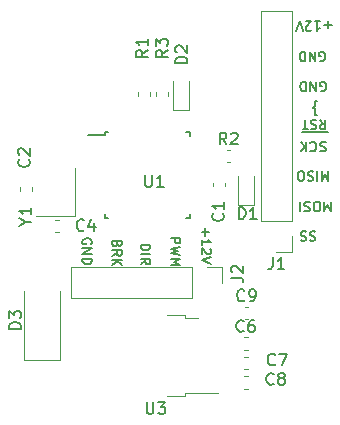
<source format=gbr>
%TF.GenerationSoftware,KiCad,Pcbnew,6.0.1-79c1e3a40b~116~ubuntu21.10.1*%
%TF.CreationDate,2022-03-03T18:49:24-07:00*%
%TF.ProjectId,MotorSpeedController,4d6f746f-7253-4706-9565-64436f6e7472,rev?*%
%TF.SameCoordinates,Original*%
%TF.FileFunction,Legend,Top*%
%TF.FilePolarity,Positive*%
%FSLAX46Y46*%
G04 Gerber Fmt 4.6, Leading zero omitted, Abs format (unit mm)*
G04 Created by KiCad (PCBNEW 6.0.1-79c1e3a40b~116~ubuntu21.10.1) date 2022-03-03 18:49:24*
%MOMM*%
%LPD*%
G01*
G04 APERTURE LIST*
%ADD10C,0.152400*%
%ADD11C,0.150000*%
%ADD12C,0.120000*%
G04 APERTURE END LIST*
D10*
X129765576Y-75760942D02*
X129146300Y-75760942D01*
X129455938Y-75451304D02*
X129455938Y-76070580D01*
X128333500Y-75451304D02*
X128797957Y-75451304D01*
X128565728Y-75451304D02*
X128565728Y-76264104D01*
X128643138Y-76147990D01*
X128720547Y-76070580D01*
X128797957Y-76031876D01*
X128023861Y-76186695D02*
X127985157Y-76225400D01*
X127907747Y-76264104D01*
X127714223Y-76264104D01*
X127636814Y-76225400D01*
X127598109Y-76186695D01*
X127559404Y-76109285D01*
X127559404Y-76031876D01*
X127598109Y-75915761D01*
X128062566Y-75451304D01*
X127559404Y-75451304D01*
X127327176Y-76264104D02*
X127056242Y-75451304D01*
X126785309Y-76264104D01*
X119067942Y-92992423D02*
X119067942Y-93611700D01*
X118758304Y-93302061D02*
X119377580Y-93302061D01*
X118758304Y-94424500D02*
X118758304Y-93960042D01*
X118758304Y-94192271D02*
X119571104Y-94192271D01*
X119454990Y-94114861D01*
X119377580Y-94037452D01*
X119338876Y-93960042D01*
X119493695Y-94734138D02*
X119532400Y-94772842D01*
X119571104Y-94850252D01*
X119571104Y-95043776D01*
X119532400Y-95121185D01*
X119493695Y-95159890D01*
X119416285Y-95198595D01*
X119338876Y-95198595D01*
X119222761Y-95159890D01*
X118758304Y-94695433D01*
X118758304Y-95198595D01*
X119571104Y-95430823D02*
X118758304Y-95701757D01*
X119571104Y-95972690D01*
X128381276Y-93270009D02*
X128265161Y-93231304D01*
X128071638Y-93231304D01*
X127994228Y-93270009D01*
X127955523Y-93308714D01*
X127916819Y-93386123D01*
X127916819Y-93463533D01*
X127955523Y-93540942D01*
X127994228Y-93579647D01*
X128071638Y-93618352D01*
X128226457Y-93657057D01*
X128303866Y-93695761D01*
X128342571Y-93734466D01*
X128381276Y-93811876D01*
X128381276Y-93889285D01*
X128342571Y-93966695D01*
X128303866Y-94005400D01*
X128226457Y-94044104D01*
X128032933Y-94044104D01*
X127916819Y-94005400D01*
X127607180Y-93270009D02*
X127491066Y-93231304D01*
X127297542Y-93231304D01*
X127220133Y-93270009D01*
X127181428Y-93308714D01*
X127142723Y-93386123D01*
X127142723Y-93463533D01*
X127181428Y-93540942D01*
X127220133Y-93579647D01*
X127297542Y-93618352D01*
X127452361Y-93657057D01*
X127529771Y-93695761D01*
X127568476Y-93734466D01*
X127607180Y-93811876D01*
X127607180Y-93889285D01*
X127568476Y-93966695D01*
X127529771Y-94005400D01*
X127452361Y-94044104D01*
X127258838Y-94044104D01*
X127142723Y-94005400D01*
X128762276Y-78828900D02*
X128839685Y-78867604D01*
X128955800Y-78867604D01*
X129071914Y-78828900D01*
X129149323Y-78751490D01*
X129188028Y-78674080D01*
X129226733Y-78519261D01*
X129226733Y-78403147D01*
X129188028Y-78248328D01*
X129149323Y-78170919D01*
X129071914Y-78093509D01*
X128955800Y-78054804D01*
X128878390Y-78054804D01*
X128762276Y-78093509D01*
X128723571Y-78132214D01*
X128723571Y-78403147D01*
X128878390Y-78403147D01*
X128375228Y-78054804D02*
X128375228Y-78867604D01*
X127910771Y-78054804D01*
X127910771Y-78867604D01*
X127523723Y-78054804D02*
X127523723Y-78867604D01*
X127330200Y-78867604D01*
X127214085Y-78828900D01*
X127136676Y-78751490D01*
X127097971Y-78674080D01*
X127059266Y-78519261D01*
X127059266Y-78403147D01*
X127097971Y-78248328D01*
X127136676Y-78170919D01*
X127214085Y-78093509D01*
X127330200Y-78054804D01*
X127523723Y-78054804D01*
X116154804Y-93808209D02*
X116967604Y-93808209D01*
X116967604Y-94117847D01*
X116928900Y-94195257D01*
X116890195Y-94233961D01*
X116812785Y-94272666D01*
X116696671Y-94272666D01*
X116619261Y-94233961D01*
X116580557Y-94195257D01*
X116541852Y-94117847D01*
X116541852Y-93808209D01*
X116967604Y-94543600D02*
X116154804Y-94737123D01*
X116735376Y-94891942D01*
X116154804Y-95046761D01*
X116967604Y-95240285D01*
X116154804Y-95549923D02*
X116967604Y-95549923D01*
X116387033Y-95820857D01*
X116967604Y-96091790D01*
X116154804Y-96091790D01*
X111627557Y-94304757D02*
X111588852Y-94420871D01*
X111550147Y-94459576D01*
X111472738Y-94498280D01*
X111356623Y-94498280D01*
X111279214Y-94459576D01*
X111240509Y-94420871D01*
X111201804Y-94343461D01*
X111201804Y-94033823D01*
X112014604Y-94033823D01*
X112014604Y-94304757D01*
X111975900Y-94382166D01*
X111937195Y-94420871D01*
X111859785Y-94459576D01*
X111782376Y-94459576D01*
X111704966Y-94420871D01*
X111666261Y-94382166D01*
X111627557Y-94304757D01*
X111627557Y-94033823D01*
X111201804Y-95311080D02*
X111588852Y-95040147D01*
X111201804Y-94846623D02*
X112014604Y-94846623D01*
X112014604Y-95156261D01*
X111975900Y-95233671D01*
X111937195Y-95272376D01*
X111859785Y-95311080D01*
X111743671Y-95311080D01*
X111666261Y-95272376D01*
X111627557Y-95233671D01*
X111588852Y-95156261D01*
X111588852Y-94846623D01*
X111201804Y-95659423D02*
X112014604Y-95659423D01*
X111201804Y-96123880D02*
X111666261Y-95775538D01*
X112014604Y-96123880D02*
X111550147Y-95659423D01*
X129436585Y-84831428D02*
X128623785Y-84831428D01*
X128778604Y-83789108D02*
X129049538Y-84176156D01*
X129243061Y-83789108D02*
X129243061Y-84601908D01*
X128933423Y-84601908D01*
X128856014Y-84563204D01*
X128817309Y-84524499D01*
X128778604Y-84447089D01*
X128778604Y-84330975D01*
X128817309Y-84253565D01*
X128856014Y-84214861D01*
X128933423Y-84176156D01*
X129243061Y-84176156D01*
X128623785Y-84831428D02*
X127849690Y-84831428D01*
X128468966Y-83827813D02*
X128352852Y-83789108D01*
X128159328Y-83789108D01*
X128081919Y-83827813D01*
X128043214Y-83866518D01*
X128004509Y-83943927D01*
X128004509Y-84021337D01*
X128043214Y-84098746D01*
X128081919Y-84137451D01*
X128159328Y-84176156D01*
X128314147Y-84214861D01*
X128391557Y-84253565D01*
X128430261Y-84292270D01*
X128468966Y-84369680D01*
X128468966Y-84447089D01*
X128430261Y-84524499D01*
X128391557Y-84563204D01*
X128314147Y-84601908D01*
X128120623Y-84601908D01*
X128004509Y-84563204D01*
X127849690Y-84831428D02*
X127230414Y-84831428D01*
X127772280Y-84601908D02*
X127307823Y-84601908D01*
X127540052Y-83789108D02*
X127540052Y-84601908D01*
X128488319Y-82170862D02*
X128449614Y-82170862D01*
X128372204Y-82209567D01*
X128333500Y-82286976D01*
X128333500Y-82674024D01*
X128294795Y-82751434D01*
X128217385Y-82790138D01*
X128294795Y-82828843D01*
X128333500Y-82906253D01*
X128333500Y-83293300D01*
X128372204Y-83370710D01*
X128449614Y-83409415D01*
X128488319Y-83409415D01*
X129674257Y-90754804D02*
X129674257Y-91567604D01*
X129403323Y-90987033D01*
X129132390Y-91567604D01*
X129132390Y-90754804D01*
X128590523Y-91567604D02*
X128435704Y-91567604D01*
X128358295Y-91528900D01*
X128280885Y-91451490D01*
X128242180Y-91296671D01*
X128242180Y-91025738D01*
X128280885Y-90870919D01*
X128358295Y-90793509D01*
X128435704Y-90754804D01*
X128590523Y-90754804D01*
X128667933Y-90793509D01*
X128745342Y-90870919D01*
X128784047Y-91025738D01*
X128784047Y-91296671D01*
X128745342Y-91451490D01*
X128667933Y-91528900D01*
X128590523Y-91567604D01*
X127932542Y-90793509D02*
X127816428Y-90754804D01*
X127622904Y-90754804D01*
X127545495Y-90793509D01*
X127506790Y-90832214D01*
X127468085Y-90909623D01*
X127468085Y-90987033D01*
X127506790Y-91064442D01*
X127545495Y-91103147D01*
X127622904Y-91141852D01*
X127777723Y-91180557D01*
X127855133Y-91219261D01*
X127893838Y-91257966D01*
X127932542Y-91335376D01*
X127932542Y-91412785D01*
X127893838Y-91490195D01*
X127855133Y-91528900D01*
X127777723Y-91567604D01*
X127584200Y-91567604D01*
X127468085Y-91528900D01*
X127119742Y-90754804D02*
X127119742Y-91567604D01*
X128825776Y-81368900D02*
X128903185Y-81407604D01*
X129019300Y-81407604D01*
X129135414Y-81368900D01*
X129212823Y-81291490D01*
X129251528Y-81214080D01*
X129290233Y-81059261D01*
X129290233Y-80943147D01*
X129251528Y-80788328D01*
X129212823Y-80710919D01*
X129135414Y-80633509D01*
X129019300Y-80594804D01*
X128941890Y-80594804D01*
X128825776Y-80633509D01*
X128787071Y-80672214D01*
X128787071Y-80943147D01*
X128941890Y-80943147D01*
X128438728Y-80594804D02*
X128438728Y-81407604D01*
X127974271Y-80594804D01*
X127974271Y-81407604D01*
X127587223Y-80594804D02*
X127587223Y-81407604D01*
X127393700Y-81407604D01*
X127277585Y-81368900D01*
X127200176Y-81291490D01*
X127161471Y-81214080D01*
X127122766Y-81059261D01*
X127122766Y-80943147D01*
X127161471Y-80788328D01*
X127200176Y-80710919D01*
X127277585Y-80633509D01*
X127393700Y-80594804D01*
X127587223Y-80594804D01*
X129483757Y-88151304D02*
X129483757Y-88964104D01*
X129212823Y-88383533D01*
X128941890Y-88964104D01*
X128941890Y-88151304D01*
X128554842Y-88151304D02*
X128554842Y-88964104D01*
X128206500Y-88190009D02*
X128090385Y-88151304D01*
X127896861Y-88151304D01*
X127819452Y-88190009D01*
X127780747Y-88228714D01*
X127742042Y-88306123D01*
X127742042Y-88383533D01*
X127780747Y-88460942D01*
X127819452Y-88499647D01*
X127896861Y-88538352D01*
X128051680Y-88577057D01*
X128129090Y-88615761D01*
X128167795Y-88654466D01*
X128206500Y-88731876D01*
X128206500Y-88809285D01*
X128167795Y-88886695D01*
X128129090Y-88925400D01*
X128051680Y-88964104D01*
X127858157Y-88964104D01*
X127742042Y-88925400D01*
X127238880Y-88964104D02*
X127084061Y-88964104D01*
X127006652Y-88925400D01*
X126929242Y-88847990D01*
X126890538Y-88693171D01*
X126890538Y-88422238D01*
X126929242Y-88267419D01*
X127006652Y-88190009D01*
X127084061Y-88151304D01*
X127238880Y-88151304D01*
X127316290Y-88190009D01*
X127393700Y-88267419D01*
X127432404Y-88422238D01*
X127432404Y-88693171D01*
X127393700Y-88847990D01*
X127316290Y-88925400D01*
X127238880Y-88964104D01*
X113614804Y-94373700D02*
X114427604Y-94373700D01*
X114427604Y-94567223D01*
X114388900Y-94683338D01*
X114311490Y-94760747D01*
X114234080Y-94799452D01*
X114079261Y-94838157D01*
X113963147Y-94838157D01*
X113808328Y-94799452D01*
X113730919Y-94760747D01*
X113653509Y-94683338D01*
X113614804Y-94567223D01*
X113614804Y-94373700D01*
X113614804Y-95186500D02*
X114427604Y-95186500D01*
X113614804Y-96038004D02*
X114001852Y-95767071D01*
X113614804Y-95573547D02*
X114427604Y-95573547D01*
X114427604Y-95883185D01*
X114388900Y-95960595D01*
X114350195Y-95999300D01*
X114272785Y-96038004D01*
X114156671Y-96038004D01*
X114079261Y-95999300D01*
X114040557Y-95960595D01*
X114001852Y-95883185D01*
X114001852Y-95573547D01*
X129251528Y-85713509D02*
X129135414Y-85674804D01*
X128941890Y-85674804D01*
X128864480Y-85713509D01*
X128825776Y-85752214D01*
X128787071Y-85829623D01*
X128787071Y-85907033D01*
X128825776Y-85984442D01*
X128864480Y-86023147D01*
X128941890Y-86061852D01*
X129096709Y-86100557D01*
X129174119Y-86139261D01*
X129212823Y-86177966D01*
X129251528Y-86255376D01*
X129251528Y-86332785D01*
X129212823Y-86410195D01*
X129174119Y-86448900D01*
X129096709Y-86487604D01*
X128903185Y-86487604D01*
X128787071Y-86448900D01*
X127974271Y-85752214D02*
X128012976Y-85713509D01*
X128129090Y-85674804D01*
X128206500Y-85674804D01*
X128322614Y-85713509D01*
X128400023Y-85790919D01*
X128438728Y-85868328D01*
X128477433Y-86023147D01*
X128477433Y-86139261D01*
X128438728Y-86294080D01*
X128400023Y-86371490D01*
X128322614Y-86448900D01*
X128206500Y-86487604D01*
X128129090Y-86487604D01*
X128012976Y-86448900D01*
X127974271Y-86410195D01*
X127625928Y-85674804D02*
X127625928Y-86487604D01*
X127161471Y-85674804D02*
X127509814Y-86139261D01*
X127161471Y-86487604D02*
X127625928Y-86023147D01*
X109435900Y-94313223D02*
X109474604Y-94235814D01*
X109474604Y-94119700D01*
X109435900Y-94003585D01*
X109358490Y-93926176D01*
X109281080Y-93887471D01*
X109126261Y-93848766D01*
X109010147Y-93848766D01*
X108855328Y-93887471D01*
X108777919Y-93926176D01*
X108700509Y-94003585D01*
X108661804Y-94119700D01*
X108661804Y-94197109D01*
X108700509Y-94313223D01*
X108739214Y-94351928D01*
X109010147Y-94351928D01*
X109010147Y-94197109D01*
X108661804Y-94700271D02*
X109474604Y-94700271D01*
X108661804Y-95164728D01*
X109474604Y-95164728D01*
X108661804Y-95551776D02*
X109474604Y-95551776D01*
X109474604Y-95745300D01*
X109435900Y-95861414D01*
X109358490Y-95938823D01*
X109281080Y-95977528D01*
X109126261Y-96016233D01*
X109010147Y-96016233D01*
X108855328Y-95977528D01*
X108777919Y-95938823D01*
X108700509Y-95861414D01*
X108661804Y-95745300D01*
X108661804Y-95551776D01*
D11*
%TO.C,C1*%
X120562642Y-91733666D02*
X120610261Y-91781285D01*
X120657880Y-91924142D01*
X120657880Y-92019380D01*
X120610261Y-92162238D01*
X120515023Y-92257476D01*
X120419785Y-92305095D01*
X120229309Y-92352714D01*
X120086452Y-92352714D01*
X119895976Y-92305095D01*
X119800738Y-92257476D01*
X119705500Y-92162238D01*
X119657880Y-92019380D01*
X119657880Y-91924142D01*
X119705500Y-91781285D01*
X119753119Y-91733666D01*
X120657880Y-90781285D02*
X120657880Y-91352714D01*
X120657880Y-91067000D02*
X119657880Y-91067000D01*
X119800738Y-91162238D01*
X119895976Y-91257476D01*
X119943595Y-91352714D01*
%TO.C,C2*%
X104116142Y-87161666D02*
X104163761Y-87209285D01*
X104211380Y-87352142D01*
X104211380Y-87447380D01*
X104163761Y-87590238D01*
X104068523Y-87685476D01*
X103973285Y-87733095D01*
X103782809Y-87780714D01*
X103639952Y-87780714D01*
X103449476Y-87733095D01*
X103354238Y-87685476D01*
X103259000Y-87590238D01*
X103211380Y-87447380D01*
X103211380Y-87352142D01*
X103259000Y-87209285D01*
X103306619Y-87161666D01*
X103306619Y-86780714D02*
X103259000Y-86733095D01*
X103211380Y-86637857D01*
X103211380Y-86399761D01*
X103259000Y-86304523D01*
X103306619Y-86256904D01*
X103401857Y-86209285D01*
X103497095Y-86209285D01*
X103639952Y-86256904D01*
X104211380Y-86828333D01*
X104211380Y-86209285D01*
%TO.C,D1*%
X121913904Y-92215380D02*
X121913904Y-91215380D01*
X122152000Y-91215380D01*
X122294857Y-91263000D01*
X122390095Y-91358238D01*
X122437714Y-91453476D01*
X122485333Y-91643952D01*
X122485333Y-91786809D01*
X122437714Y-91977285D01*
X122390095Y-92072523D01*
X122294857Y-92167761D01*
X122152000Y-92215380D01*
X121913904Y-92215380D01*
X123437714Y-92215380D02*
X122866285Y-92215380D01*
X123152000Y-92215380D02*
X123152000Y-91215380D01*
X123056761Y-91358238D01*
X122961523Y-91453476D01*
X122866285Y-91501095D01*
%TO.C,D2*%
X117546380Y-79033595D02*
X116546380Y-79033595D01*
X116546380Y-78795500D01*
X116594000Y-78652642D01*
X116689238Y-78557404D01*
X116784476Y-78509785D01*
X116974952Y-78462166D01*
X117117809Y-78462166D01*
X117308285Y-78509785D01*
X117403523Y-78557404D01*
X117498761Y-78652642D01*
X117546380Y-78795500D01*
X117546380Y-79033595D01*
X116641619Y-78081214D02*
X116594000Y-78033595D01*
X116546380Y-77938357D01*
X116546380Y-77700261D01*
X116594000Y-77605023D01*
X116641619Y-77557404D01*
X116736857Y-77509785D01*
X116832095Y-77509785D01*
X116974952Y-77557404D01*
X117546380Y-78128833D01*
X117546380Y-77509785D01*
%TO.C,R1*%
X114180880Y-77890666D02*
X113704690Y-78224000D01*
X114180880Y-78462095D02*
X113180880Y-78462095D01*
X113180880Y-78081142D01*
X113228500Y-77985904D01*
X113276119Y-77938285D01*
X113371357Y-77890666D01*
X113514214Y-77890666D01*
X113609452Y-77938285D01*
X113657071Y-77985904D01*
X113704690Y-78081142D01*
X113704690Y-78462095D01*
X114180880Y-76938285D02*
X114180880Y-77509714D01*
X114180880Y-77224000D02*
X113180880Y-77224000D01*
X113323738Y-77319238D01*
X113418976Y-77414476D01*
X113466595Y-77509714D01*
%TO.C,R2*%
X120864333Y-85890380D02*
X120531000Y-85414190D01*
X120292904Y-85890380D02*
X120292904Y-84890380D01*
X120673857Y-84890380D01*
X120769095Y-84938000D01*
X120816714Y-84985619D01*
X120864333Y-85080857D01*
X120864333Y-85223714D01*
X120816714Y-85318952D01*
X120769095Y-85366571D01*
X120673857Y-85414190D01*
X120292904Y-85414190D01*
X121245285Y-84985619D02*
X121292904Y-84938000D01*
X121388142Y-84890380D01*
X121626238Y-84890380D01*
X121721476Y-84938000D01*
X121769095Y-84985619D01*
X121816714Y-85080857D01*
X121816714Y-85176095D01*
X121769095Y-85318952D01*
X121197666Y-85890380D01*
X121816714Y-85890380D01*
%TO.C,R3*%
X115895380Y-77890666D02*
X115419190Y-78224000D01*
X115895380Y-78462095D02*
X114895380Y-78462095D01*
X114895380Y-78081142D01*
X114943000Y-77985904D01*
X114990619Y-77938285D01*
X115085857Y-77890666D01*
X115228714Y-77890666D01*
X115323952Y-77938285D01*
X115371571Y-77985904D01*
X115419190Y-78081142D01*
X115419190Y-78462095D01*
X114895380Y-77557333D02*
X114895380Y-76938285D01*
X115276333Y-77271619D01*
X115276333Y-77128761D01*
X115323952Y-77033523D01*
X115371571Y-76985904D01*
X115466809Y-76938285D01*
X115704904Y-76938285D01*
X115800142Y-76985904D01*
X115847761Y-77033523D01*
X115895380Y-77128761D01*
X115895380Y-77414476D01*
X115847761Y-77509714D01*
X115800142Y-77557333D01*
%TO.C,U1*%
X113982595Y-88479380D02*
X113982595Y-89288904D01*
X114030214Y-89384142D01*
X114077833Y-89431761D01*
X114173071Y-89479380D01*
X114363547Y-89479380D01*
X114458785Y-89431761D01*
X114506404Y-89384142D01*
X114554023Y-89288904D01*
X114554023Y-88479380D01*
X115554023Y-89479380D02*
X114982595Y-89479380D01*
X115268309Y-89479380D02*
X115268309Y-88479380D01*
X115173071Y-88622238D01*
X115077833Y-88717476D01*
X114982595Y-88765095D01*
%TO.C,Y1*%
X103851190Y-92426190D02*
X104327380Y-92426190D01*
X103327380Y-92759523D02*
X103851190Y-92426190D01*
X103327380Y-92092857D01*
X104327380Y-91235714D02*
X104327380Y-91807142D01*
X104327380Y-91521428D02*
X103327380Y-91521428D01*
X103470238Y-91616666D01*
X103565476Y-91711904D01*
X103613095Y-91807142D01*
%TO.C,J1*%
X124761666Y-95444880D02*
X124761666Y-96159166D01*
X124714047Y-96302023D01*
X124618809Y-96397261D01*
X124475952Y-96444880D01*
X124380714Y-96444880D01*
X125761666Y-96444880D02*
X125190238Y-96444880D01*
X125475952Y-96444880D02*
X125475952Y-95444880D01*
X125380714Y-95587738D01*
X125285476Y-95682976D01*
X125190238Y-95730595D01*
%TO.C,C4*%
X108799333Y-93130642D02*
X108751714Y-93178261D01*
X108608857Y-93225880D01*
X108513619Y-93225880D01*
X108370761Y-93178261D01*
X108275523Y-93083023D01*
X108227904Y-92987785D01*
X108180285Y-92797309D01*
X108180285Y-92654452D01*
X108227904Y-92463976D01*
X108275523Y-92368738D01*
X108370761Y-92273500D01*
X108513619Y-92225880D01*
X108608857Y-92225880D01*
X108751714Y-92273500D01*
X108799333Y-92321119D01*
X109656476Y-92559214D02*
X109656476Y-93225880D01*
X109418380Y-92178261D02*
X109180285Y-92892547D01*
X109799333Y-92892547D01*
%TO.C,C6*%
X122324833Y-101670142D02*
X122277214Y-101717761D01*
X122134357Y-101765380D01*
X122039119Y-101765380D01*
X121896261Y-101717761D01*
X121801023Y-101622523D01*
X121753404Y-101527285D01*
X121705785Y-101336809D01*
X121705785Y-101193952D01*
X121753404Y-101003476D01*
X121801023Y-100908238D01*
X121896261Y-100813000D01*
X122039119Y-100765380D01*
X122134357Y-100765380D01*
X122277214Y-100813000D01*
X122324833Y-100860619D01*
X123181976Y-100765380D02*
X122991500Y-100765380D01*
X122896261Y-100813000D01*
X122848642Y-100860619D01*
X122753404Y-101003476D01*
X122705785Y-101193952D01*
X122705785Y-101574904D01*
X122753404Y-101670142D01*
X122801023Y-101717761D01*
X122896261Y-101765380D01*
X123086738Y-101765380D01*
X123181976Y-101717761D01*
X123229595Y-101670142D01*
X123277214Y-101574904D01*
X123277214Y-101336809D01*
X123229595Y-101241571D01*
X123181976Y-101193952D01*
X123086738Y-101146333D01*
X122896261Y-101146333D01*
X122801023Y-101193952D01*
X122753404Y-101241571D01*
X122705785Y-101336809D01*
%TO.C,C7*%
X124991833Y-104497142D02*
X124944214Y-104544761D01*
X124801357Y-104592380D01*
X124706119Y-104592380D01*
X124563261Y-104544761D01*
X124468023Y-104449523D01*
X124420404Y-104354285D01*
X124372785Y-104163809D01*
X124372785Y-104020952D01*
X124420404Y-103830476D01*
X124468023Y-103735238D01*
X124563261Y-103640000D01*
X124706119Y-103592380D01*
X124801357Y-103592380D01*
X124944214Y-103640000D01*
X124991833Y-103687619D01*
X125325166Y-103592380D02*
X125991833Y-103592380D01*
X125563261Y-104592380D01*
%TO.C,C9*%
X122388333Y-99066642D02*
X122340714Y-99114261D01*
X122197857Y-99161880D01*
X122102619Y-99161880D01*
X121959761Y-99114261D01*
X121864523Y-99019023D01*
X121816904Y-98923785D01*
X121769285Y-98733309D01*
X121769285Y-98590452D01*
X121816904Y-98399976D01*
X121864523Y-98304738D01*
X121959761Y-98209500D01*
X122102619Y-98161880D01*
X122197857Y-98161880D01*
X122340714Y-98209500D01*
X122388333Y-98257119D01*
X122864523Y-99161880D02*
X123055000Y-99161880D01*
X123150238Y-99114261D01*
X123197857Y-99066642D01*
X123293095Y-98923785D01*
X123340714Y-98733309D01*
X123340714Y-98352357D01*
X123293095Y-98257119D01*
X123245476Y-98209500D01*
X123150238Y-98161880D01*
X122959761Y-98161880D01*
X122864523Y-98209500D01*
X122816904Y-98257119D01*
X122769285Y-98352357D01*
X122769285Y-98590452D01*
X122816904Y-98685690D01*
X122864523Y-98733309D01*
X122959761Y-98780928D01*
X123150238Y-98780928D01*
X123245476Y-98733309D01*
X123293095Y-98685690D01*
X123340714Y-98590452D01*
%TO.C,D3*%
X103451880Y-101512595D02*
X102451880Y-101512595D01*
X102451880Y-101274500D01*
X102499500Y-101131642D01*
X102594738Y-101036404D01*
X102689976Y-100988785D01*
X102880452Y-100941166D01*
X103023309Y-100941166D01*
X103213785Y-100988785D01*
X103309023Y-101036404D01*
X103404261Y-101131642D01*
X103451880Y-101274500D01*
X103451880Y-101512595D01*
X102451880Y-100607833D02*
X102451880Y-99988785D01*
X102832833Y-100322119D01*
X102832833Y-100179261D01*
X102880452Y-100084023D01*
X102928071Y-100036404D01*
X103023309Y-99988785D01*
X103261404Y-99988785D01*
X103356642Y-100036404D01*
X103404261Y-100084023D01*
X103451880Y-100179261D01*
X103451880Y-100464976D01*
X103404261Y-100560214D01*
X103356642Y-100607833D01*
%TO.C,J2*%
X121277380Y-97158333D02*
X121991666Y-97158333D01*
X122134523Y-97205952D01*
X122229761Y-97301190D01*
X122277380Y-97444047D01*
X122277380Y-97539285D01*
X121372619Y-96729761D02*
X121325000Y-96682142D01*
X121277380Y-96586904D01*
X121277380Y-96348809D01*
X121325000Y-96253571D01*
X121372619Y-96205952D01*
X121467857Y-96158333D01*
X121563095Y-96158333D01*
X121705952Y-96205952D01*
X122277380Y-96777380D01*
X122277380Y-96158333D01*
%TO.C,U3*%
X114109595Y-107711380D02*
X114109595Y-108520904D01*
X114157214Y-108616142D01*
X114204833Y-108663761D01*
X114300071Y-108711380D01*
X114490547Y-108711380D01*
X114585785Y-108663761D01*
X114633404Y-108616142D01*
X114681023Y-108520904D01*
X114681023Y-107711380D01*
X115061976Y-107711380D02*
X115681023Y-107711380D01*
X115347690Y-108092333D01*
X115490547Y-108092333D01*
X115585785Y-108139952D01*
X115633404Y-108187571D01*
X115681023Y-108282809D01*
X115681023Y-108520904D01*
X115633404Y-108616142D01*
X115585785Y-108663761D01*
X115490547Y-108711380D01*
X115204833Y-108711380D01*
X115109595Y-108663761D01*
X115061976Y-108616142D01*
%TO.C,C8*%
X124864833Y-106148142D02*
X124817214Y-106195761D01*
X124674357Y-106243380D01*
X124579119Y-106243380D01*
X124436261Y-106195761D01*
X124341023Y-106100523D01*
X124293404Y-106005285D01*
X124245785Y-105814809D01*
X124245785Y-105671952D01*
X124293404Y-105481476D01*
X124341023Y-105386238D01*
X124436261Y-105291000D01*
X124579119Y-105243380D01*
X124674357Y-105243380D01*
X124817214Y-105291000D01*
X124864833Y-105338619D01*
X125436261Y-105671952D02*
X125341023Y-105624333D01*
X125293404Y-105576714D01*
X125245785Y-105481476D01*
X125245785Y-105433857D01*
X125293404Y-105338619D01*
X125341023Y-105291000D01*
X125436261Y-105243380D01*
X125626738Y-105243380D01*
X125721976Y-105291000D01*
X125769595Y-105338619D01*
X125817214Y-105433857D01*
X125817214Y-105481476D01*
X125769595Y-105576714D01*
X125721976Y-105624333D01*
X125626738Y-105671952D01*
X125436261Y-105671952D01*
X125341023Y-105719571D01*
X125293404Y-105767190D01*
X125245785Y-105862428D01*
X125245785Y-106052904D01*
X125293404Y-106148142D01*
X125341023Y-106195761D01*
X125436261Y-106243380D01*
X125626738Y-106243380D01*
X125721976Y-106195761D01*
X125769595Y-106148142D01*
X125817214Y-106052904D01*
X125817214Y-105862428D01*
X125769595Y-105767190D01*
X125721976Y-105719571D01*
X125626738Y-105671952D01*
D12*
%TO.C,C1*%
X120779000Y-89443779D02*
X120779000Y-89118221D01*
X119759000Y-89443779D02*
X119759000Y-89118221D01*
%TO.C,C2*%
X103376000Y-89499221D02*
X103376000Y-89824779D01*
X104396000Y-89499221D02*
X104396000Y-89824779D01*
%TO.C,D1*%
X121840000Y-88550000D02*
X121840000Y-91035000D01*
X121840000Y-91035000D02*
X123210000Y-91035000D01*
X123210000Y-91035000D02*
X123210000Y-88550000D01*
%TO.C,D2*%
X116345500Y-82965000D02*
X117715500Y-82965000D01*
X117715500Y-82965000D02*
X117715500Y-80480000D01*
X116345500Y-80480000D02*
X116345500Y-82965000D01*
%TO.C,R1*%
X113345500Y-81434721D02*
X113345500Y-81760279D01*
X114365500Y-81434721D02*
X114365500Y-81760279D01*
%TO.C,R2*%
X120868221Y-87378000D02*
X121193779Y-87378000D01*
X120868221Y-86358000D02*
X121193779Y-86358000D01*
%TO.C,R3*%
X114933000Y-81760279D02*
X114933000Y-81434721D01*
X115953000Y-81760279D02*
X115953000Y-81434721D01*
D11*
%TO.C,U1*%
X110548000Y-85055500D02*
X109123000Y-85055500D01*
X110548000Y-84830500D02*
X110873000Y-84830500D01*
X110548000Y-92080500D02*
X110548000Y-91755500D01*
X117798000Y-84830500D02*
X117473000Y-84830500D01*
X117798000Y-92080500D02*
X117798000Y-91755500D01*
X110548000Y-84830500D02*
X110548000Y-85055500D01*
X117798000Y-84830500D02*
X117798000Y-85155500D01*
X117798000Y-92080500D02*
X117473000Y-92080500D01*
X110548000Y-92080500D02*
X110873000Y-92080500D01*
D12*
%TO.C,Y1*%
X104776000Y-91916000D02*
X108076000Y-91916000D01*
X108076000Y-91916000D02*
X108076000Y-87916000D01*
%TO.C,J1*%
X126425000Y-94992500D02*
X125095000Y-94992500D01*
X126425000Y-92392500D02*
X126425000Y-74552500D01*
X123765000Y-92392500D02*
X123765000Y-74552500D01*
X126425000Y-92392500D02*
X123765000Y-92392500D01*
X126425000Y-93662500D02*
X126425000Y-94992500D01*
X126425000Y-74552500D02*
X123765000Y-74552500D01*
%TO.C,C4*%
X106652279Y-92263500D02*
X106326721Y-92263500D01*
X106652279Y-93283500D02*
X106326721Y-93283500D01*
%TO.C,C6*%
X122328721Y-103253000D02*
X122654279Y-103253000D01*
X122328721Y-102233000D02*
X122654279Y-102233000D01*
%TO.C,C7*%
X122328721Y-104904000D02*
X122654279Y-104904000D01*
X122328721Y-103884000D02*
X122654279Y-103884000D01*
%TO.C,C9*%
X122392221Y-99629500D02*
X122717779Y-99629500D01*
X122392221Y-100649500D02*
X122717779Y-100649500D01*
%TO.C,D3*%
X106754500Y-104159500D02*
X106754500Y-98274500D01*
X103684500Y-98274500D02*
X103684500Y-104159500D01*
X103684500Y-104159500D02*
X106754500Y-104159500D01*
%TO.C,J2*%
X117919500Y-96269500D02*
X117919500Y-98929500D01*
X120519500Y-96269500D02*
X120519500Y-97599500D01*
X117919500Y-98929500D02*
X107699500Y-98929500D01*
X107699500Y-96269500D02*
X107699500Y-98929500D01*
X119189500Y-96269500D02*
X120519500Y-96269500D01*
X117919500Y-96269500D02*
X107699500Y-96269500D01*
%TO.C,U3*%
X117341500Y-107209000D02*
X117341500Y-106939000D01*
X117341500Y-100309000D02*
X117341500Y-100579000D01*
X115841500Y-107209000D02*
X117341500Y-107209000D01*
X117341500Y-106939000D02*
X120171500Y-106939000D01*
X115841500Y-100309000D02*
X117341500Y-100309000D01*
X117341500Y-100579000D02*
X118441500Y-100579000D01*
%TO.C,C8*%
X122328721Y-105535000D02*
X122654279Y-105535000D01*
X122328721Y-106555000D02*
X122654279Y-106555000D01*
%TD*%
M02*

</source>
